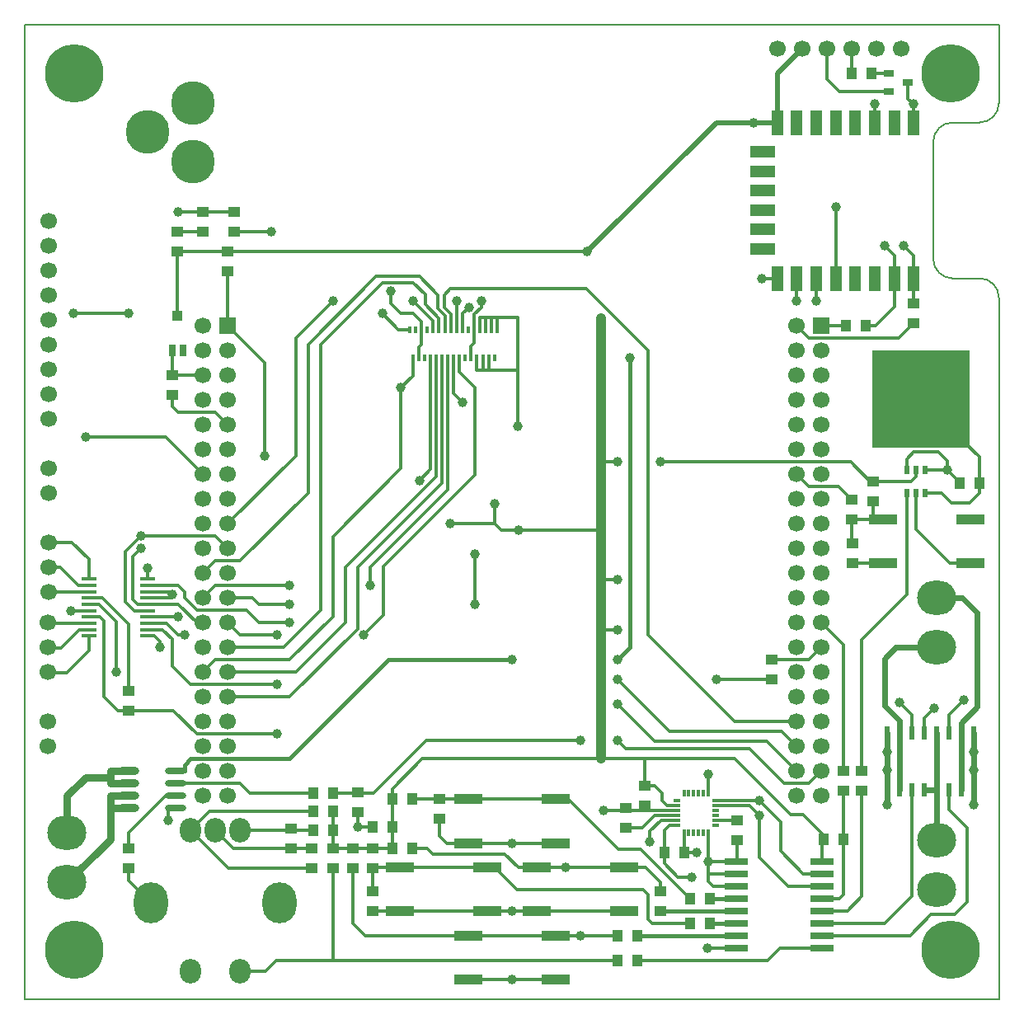
<source format=gtl>
G04 Layer_Physical_Order=1*
G04 Layer_Color=255*
%FSLAX43Y43*%
%MOMM*%
G71*
G01*
G75*
%ADD10R,1.200X2.500*%
%ADD11R,2.500X1.200*%
%ADD12R,1.300X1.000*%
%ADD13R,1.000X1.300*%
%ADD14R,3.000X1.000*%
%ADD15R,0.300X0.800*%
%ADD16R,0.300X0.650*%
%ADD17R,2.400X0.750*%
%ADD18R,0.600X1.400*%
%ADD19R,0.500X0.900*%
%ADD20R,0.800X0.350*%
%ADD21R,0.350X0.800*%
%ADD22R,1.500X0.400*%
%ADD23R,1.000X1.100*%
%ADD24R,0.800X1.300*%
%ADD25O,2.200X0.800*%
%ADD26O,2.200X0.600*%
%ADD27R,1.000X0.700*%
%ADD28C,0.300*%
%ADD29C,0.400*%
%ADD30C,0.600*%
%ADD31C,1.000*%
%ADD32C,0.500*%
%ADD33C,0.800*%
%ADD34R,10.000X10.000*%
%ADD35C,0.150*%
%ADD36C,4.500*%
%ADD37C,1.700*%
%ADD38O,4.000X3.500*%
%ADD39O,2.200X2.500*%
%ADD40O,3.500X4.200*%
%ADD41R,1.700X1.700*%
%ADD42C,6.000*%
%ADD43C,1.000*%
D10*
X91250Y74000D02*
D03*
X89250D02*
D03*
X87250D02*
D03*
X85250D02*
D03*
X83250D02*
D03*
X81250D02*
D03*
X79250D02*
D03*
X77250D02*
D03*
Y90000D02*
D03*
X79250D02*
D03*
X81250D02*
D03*
X83250D02*
D03*
X85250D02*
D03*
X87250D02*
D03*
X89250D02*
D03*
X91250D02*
D03*
D11*
X75750Y77000D02*
D03*
Y79000D02*
D03*
Y81000D02*
D03*
Y83000D02*
D03*
Y85000D02*
D03*
Y87000D02*
D03*
D12*
X18250Y80814D02*
D03*
Y78782D02*
D03*
X21425Y80814D02*
D03*
Y78782D02*
D03*
X85905Y21389D02*
D03*
Y23421D02*
D03*
X84925Y46772D02*
D03*
Y44740D02*
D03*
X84908Y51272D02*
D03*
Y49240D02*
D03*
X20790Y74718D02*
D03*
Y76750D02*
D03*
X73153Y16310D02*
D03*
Y18342D02*
D03*
X63653Y19826D02*
D03*
Y21858D02*
D03*
X61653Y19608D02*
D03*
Y17576D02*
D03*
X42545Y20574D02*
D03*
Y18542D02*
D03*
X35687Y11032D02*
D03*
Y9000D02*
D03*
X29426Y13462D02*
D03*
Y15494D02*
D03*
X33655Y13462D02*
D03*
Y15494D02*
D03*
X35687Y13462D02*
D03*
Y15494D02*
D03*
X87084Y51110D02*
D03*
Y53142D02*
D03*
X31623Y13462D02*
D03*
Y15494D02*
D03*
X10630Y31665D02*
D03*
Y29633D02*
D03*
X15625Y78782D02*
D03*
Y76750D02*
D03*
X15075Y64050D02*
D03*
Y62018D02*
D03*
X91250Y71416D02*
D03*
Y69384D02*
D03*
X84000Y23421D02*
D03*
Y21389D02*
D03*
X76670Y34840D02*
D03*
Y32808D02*
D03*
X65240Y9040D02*
D03*
Y11072D02*
D03*
X27305Y15494D02*
D03*
Y17526D02*
D03*
X10630Y13444D02*
D03*
Y15476D02*
D03*
X34125Y21251D02*
D03*
Y19219D02*
D03*
D13*
X62827Y3937D02*
D03*
X60795D02*
D03*
X84036Y16425D02*
D03*
X82004D02*
D03*
X65621Y15028D02*
D03*
X67653D02*
D03*
X39751Y20500D02*
D03*
X37719D02*
D03*
X39751Y15494D02*
D03*
X37719D02*
D03*
X29591Y19230D02*
D03*
X31623D02*
D03*
X29591Y17325D02*
D03*
X31623D02*
D03*
X97989Y52995D02*
D03*
X95957D02*
D03*
X35687Y17695D02*
D03*
X37719D02*
D03*
X86322Y69130D02*
D03*
X84290D02*
D03*
X62827Y6500D02*
D03*
X60795D02*
D03*
X70320Y7770D02*
D03*
X68288D02*
D03*
X70320Y10310D02*
D03*
X68288D02*
D03*
X29591Y21135D02*
D03*
X31623D02*
D03*
X84870Y95080D02*
D03*
X86902D02*
D03*
D14*
X45500Y6500D02*
D03*
Y2000D02*
D03*
X54500D02*
D03*
Y6500D02*
D03*
X45500Y20500D02*
D03*
Y16000D02*
D03*
X54500D02*
D03*
Y20500D02*
D03*
X38500Y13500D02*
D03*
Y9000D02*
D03*
X47500D02*
D03*
Y13500D02*
D03*
X52500D02*
D03*
Y9000D02*
D03*
X61500D02*
D03*
Y13500D02*
D03*
X88083Y49240D02*
D03*
Y44740D02*
D03*
X97083D02*
D03*
Y49240D02*
D03*
D15*
X39500Y68725D02*
D03*
X40100D02*
D03*
X40700D02*
D03*
X41300D02*
D03*
X41900D02*
D03*
X42500D02*
D03*
X43100D02*
D03*
X43700D02*
D03*
X44300D02*
D03*
X44900D02*
D03*
X45500D02*
D03*
X46100D02*
D03*
X46700D02*
D03*
X47300D02*
D03*
X47900D02*
D03*
X48500D02*
D03*
D16*
X39800Y65850D02*
D03*
X40400D02*
D03*
X41000D02*
D03*
X41600D02*
D03*
X42200D02*
D03*
X42800D02*
D03*
X43400D02*
D03*
X44000D02*
D03*
X44600D02*
D03*
X45200D02*
D03*
X45800D02*
D03*
X46400D02*
D03*
X47000D02*
D03*
X47600D02*
D03*
X48200D02*
D03*
D17*
X81825Y14120D02*
D03*
Y12850D02*
D03*
Y11580D02*
D03*
Y10310D02*
D03*
Y9040D02*
D03*
Y7770D02*
D03*
Y6500D02*
D03*
Y5230D02*
D03*
X73025D02*
D03*
Y6500D02*
D03*
Y7770D02*
D03*
Y9040D02*
D03*
Y10310D02*
D03*
Y11580D02*
D03*
Y12850D02*
D03*
Y14120D02*
D03*
D18*
X88519Y27305D02*
D03*
X89789D02*
D03*
X91059D02*
D03*
X93599D02*
D03*
X92329D02*
D03*
X94869D02*
D03*
X91059Y21505D02*
D03*
X88519D02*
D03*
X89789D02*
D03*
X92329D02*
D03*
X96139D02*
D03*
X93599D02*
D03*
X94869D02*
D03*
X97409Y27305D02*
D03*
X96139D02*
D03*
X97409Y21505D02*
D03*
D19*
X90514Y51908D02*
D03*
X91464D02*
D03*
X92414D02*
D03*
Y54308D02*
D03*
X91464D02*
D03*
X90514D02*
D03*
D20*
X70903Y20342D02*
D03*
Y19842D02*
D03*
Y19342D02*
D03*
Y18842D02*
D03*
Y18342D02*
D03*
Y17842D02*
D03*
X66903D02*
D03*
Y18342D02*
D03*
Y18842D02*
D03*
Y19342D02*
D03*
Y19842D02*
D03*
Y20342D02*
D03*
D21*
X70153Y17092D02*
D03*
X69653D02*
D03*
X69153D02*
D03*
X68653D02*
D03*
X68153D02*
D03*
X67653D02*
D03*
Y21092D02*
D03*
X68153D02*
D03*
X68653D02*
D03*
X69153D02*
D03*
X69653D02*
D03*
X70153D02*
D03*
D22*
X12535Y37275D02*
D03*
Y37925D02*
D03*
Y38575D02*
D03*
Y39225D02*
D03*
Y39875D02*
D03*
Y40525D02*
D03*
Y41175D02*
D03*
Y41825D02*
D03*
Y42475D02*
D03*
Y43125D02*
D03*
X6577D02*
D03*
Y42475D02*
D03*
Y41825D02*
D03*
Y41175D02*
D03*
Y40525D02*
D03*
Y39875D02*
D03*
Y39225D02*
D03*
Y38575D02*
D03*
Y37275D02*
D03*
Y37925D02*
D03*
D23*
X15625Y70140D02*
D03*
D24*
X16175Y66590D02*
D03*
X15075D02*
D03*
D25*
X10630Y20870D02*
D03*
Y19600D02*
D03*
Y23410D02*
D03*
Y22140D02*
D03*
D26*
X15430Y20870D02*
D03*
Y19600D02*
D03*
Y22140D02*
D03*
Y23410D02*
D03*
D27*
X90680Y94130D02*
D03*
X88680Y93180D02*
D03*
Y95080D02*
D03*
D28*
X66129Y27474D02*
X77686D01*
X60795Y32808D02*
X66129Y27474D01*
X64605Y26458D02*
X76162D01*
X60795Y30268D02*
X64605Y26458D01*
X61684Y25696D02*
X74384D01*
X60795Y26585D02*
X61684Y25696D01*
X63970Y37354D02*
Y66564D01*
X57594Y72940D02*
X63970Y66564D01*
X43650Y72940D02*
X57594D01*
X72834Y28490D02*
X79210D01*
X63970Y37354D02*
X72834Y28490D01*
X74384Y25696D02*
X77940Y22140D01*
X76162Y26458D02*
X79210Y23410D01*
X77686Y27474D02*
X79210Y25950D01*
X41211Y26585D02*
X56985D01*
X35761Y21135D02*
X41211Y26585D01*
X31623Y21135D02*
X35761D01*
X75403Y20342D02*
X77562Y18184D01*
Y15167D02*
Y18184D01*
Y15167D02*
X79878Y12850D01*
X78322Y11580D02*
X81825D01*
X75383Y14519D02*
X78322Y11580D01*
X75383Y14519D02*
Y18842D01*
X94985Y44740D02*
X97083D01*
X91464Y48261D02*
X94985Y44740D01*
X91464Y48261D02*
Y51908D01*
X36830Y44450D02*
X46190Y53810D01*
Y62780D01*
X44600Y64370D02*
X46190Y62780D01*
X43400Y52290D02*
Y65850D01*
X35395Y44285D02*
X43400Y52290D01*
X44000Y62176D02*
Y65850D01*
Y62176D02*
X44920Y61256D01*
X42800Y52960D02*
Y65850D01*
X34125Y44285D02*
X42800Y52960D01*
X42200Y53630D02*
Y65850D01*
X32855Y44285D02*
X42200Y53630D01*
X41600Y54380D02*
Y65850D01*
X40475Y53255D02*
X41600Y54380D01*
X35395Y42460D02*
Y44285D01*
X32855Y38650D02*
Y44285D01*
X38570Y54445D02*
Y62780D01*
X31585Y47460D02*
X38570Y54445D01*
X31585Y39285D02*
Y47460D01*
X86776Y53142D02*
X87084D01*
X84758Y55160D02*
X86776Y53142D01*
X65240Y55160D02*
X84758D01*
X84908Y46789D02*
X84925Y46772D01*
X84908Y46789D02*
Y49240D01*
X84925Y44740D02*
X88083D01*
X83560Y52620D02*
X84908Y51272D01*
X80480Y52620D02*
X83560D01*
X79210Y53890D02*
X80480Y52620D01*
X84908Y49240D02*
X88083D01*
X48905Y48175D02*
X59144D01*
X62827Y3937D02*
X76247D01*
X77540Y5230D01*
X81825D01*
X19520Y60240D02*
X20790Y58970D01*
X15710Y60240D02*
X19520D01*
X15075Y60875D02*
X15710Y60240D01*
X15075Y60875D02*
Y62018D01*
Y64050D02*
Y66590D01*
Y64050D02*
X18250D01*
X10327Y40775D02*
Y45967D01*
X4915Y70400D02*
X10630D01*
X11900Y47540D02*
X19520D01*
X10630Y31665D02*
Y38472D01*
X13805Y36110D02*
Y36745D01*
X13275Y37275D02*
X13805Y36745D01*
X12535Y37275D02*
X13275D01*
X12535Y37925D02*
X14078D01*
X12535Y38575D02*
X14515D01*
X4727Y39875D02*
X6577D01*
X7927Y41175D02*
X10630Y38472D01*
X6577Y41175D02*
X7927D01*
X11227Y39875D02*
X12535D01*
X10327Y40775D02*
X11227Y39875D01*
X11077Y41025D02*
Y45447D01*
Y41025D02*
X11577Y40525D01*
X12535D01*
Y43125D02*
Y44260D01*
X70955Y32808D02*
X76670D01*
X59144Y55160D02*
X60795D01*
X46205Y40555D02*
Y45650D01*
X95085Y50969D02*
X96990D01*
X94146Y51908D02*
X95085Y50969D01*
X92414Y51908D02*
X94146D01*
X94687Y54308D02*
X95957Y53038D01*
Y52995D02*
Y53038D01*
X94687Y54308D02*
Y55281D01*
X92414Y54308D02*
X94687D01*
X97989Y51968D02*
Y52995D01*
X96990Y50969D02*
X97989Y51968D01*
X59144Y37888D02*
X60795D01*
X34125Y17695D02*
X35687D01*
X40809Y24680D02*
X59144D01*
X37719Y21590D02*
X40809Y24680D01*
X59144D02*
X63653D01*
X20790Y69130D02*
Y74718D01*
X37575Y71395D02*
Y72665D01*
X76670Y34840D02*
X80480D01*
X81750Y36110D01*
X97989Y52995D02*
Y55631D01*
X93798Y56170D02*
X94687Y55281D01*
X91258Y56170D02*
X93798D01*
X90514Y55426D02*
X91258Y56170D01*
X90514Y54308D02*
Y55426D01*
X96000Y57620D02*
X97989Y55631D01*
X59144Y43095D02*
X60795D01*
X84000Y23421D02*
Y36400D01*
X85905Y23421D02*
Y36885D01*
Y10525D02*
Y21389D01*
X84000Y10721D02*
Y21389D01*
X81750Y38650D02*
X84000Y36400D01*
X37719Y15494D02*
Y21590D01*
X31623Y15494D02*
Y19503D01*
X18925Y19230D02*
X29591D01*
X20883Y13462D02*
X29426D01*
X17020Y17325D02*
X18925Y19230D01*
X55461Y13500D02*
X61500D01*
X52500D02*
X55461D01*
X50635D02*
X52500D01*
X25817Y3937D02*
X31623D01*
X24705Y2825D02*
X25817Y3937D01*
X22020Y2825D02*
X24705D01*
X31623Y3937D02*
Y13462D01*
Y3937D02*
X60795D01*
X17020Y17325D02*
X20883Y13462D01*
X19520Y17325D02*
X21351Y15494D01*
X29426D01*
X22020Y17325D02*
X29390D01*
X55780Y20500D02*
X60913Y15367D01*
X45500Y20500D02*
X55780D01*
X48255Y48825D02*
Y50875D01*
Y48825D02*
X48905Y48175D01*
X43665Y48825D02*
X48255D01*
X45500Y2000D02*
X54500D01*
X56769Y6500D02*
X60795D01*
X54500D02*
X56769D01*
X45500D02*
X54500D01*
X50000Y16000D02*
X54500D01*
X45500D02*
X50000D01*
X43309D02*
X45500D01*
X42545Y16764D02*
Y18542D01*
Y16764D02*
X43309Y16000D01*
X35687Y9000D02*
X38500D01*
X34920Y6500D02*
X45500D01*
X33655Y7765D02*
X34920Y6500D01*
X33655Y7765D02*
Y13462D01*
X87084Y49332D02*
Y51110D01*
Y53142D02*
X90986D01*
X64370Y7770D02*
X68288D01*
X89726Y67860D02*
X91250Y69384D01*
X80480Y67860D02*
X89726D01*
X86322Y69130D02*
X87338D01*
X81750D02*
X84290D01*
X90514Y41494D02*
Y51908D01*
X84420Y9040D02*
X85905Y10525D01*
X81825Y9040D02*
X84420D01*
X85905Y36885D02*
X90514Y41494D01*
X40475Y74210D02*
X42380Y72305D01*
Y70887D02*
Y72305D01*
Y70887D02*
X43100Y70166D01*
X43015Y72305D02*
X43650Y72940D01*
X43015Y71035D02*
Y72305D01*
Y71035D02*
X43700Y70350D01*
X27775Y55795D02*
Y67860D01*
X20790Y48810D02*
X27775Y55795D01*
X39800Y64010D02*
Y65850D01*
X38570Y62780D02*
X39800Y64010D01*
X70066Y5230D02*
X73025D01*
X67653Y15028D02*
Y17092D01*
X70153Y12092D02*
Y12850D01*
X73025D01*
X79878D02*
X81825D01*
X63653Y24680D02*
X72860D01*
X63653Y21858D02*
Y24680D01*
X20790Y69130D02*
X24600Y65320D01*
Y55795D02*
Y65320D01*
X46100Y70302D02*
X46825Y71027D01*
X46100Y68725D02*
Y70302D01*
X46825Y71027D02*
Y71670D01*
X46700Y69940D02*
X47300D01*
X46700Y68725D02*
Y69940D01*
X39751Y20500D02*
X45500D01*
X74371Y19854D02*
X75383Y18842D01*
X70840Y19854D02*
X74371D01*
X70903Y20342D02*
X75403D01*
X73153Y14092D02*
Y16310D01*
X70153Y14120D02*
Y17092D01*
Y12850D02*
Y14120D01*
X73025D01*
X70153Y12092D02*
X70665Y11580D01*
X73025D01*
X48234Y13516D02*
X50500Y11250D01*
X35687Y11032D02*
Y13462D01*
X35433Y13516D02*
X48234D01*
X31623Y15494D02*
X33655D01*
X49276Y14859D02*
X50635Y13500D01*
X41910Y14859D02*
X49276D01*
X41275Y15494D02*
X41910Y14859D01*
X39751Y15494D02*
X41275D01*
X33655D02*
X35687D01*
X37719D01*
X70903Y18342D02*
X73153D01*
X59403Y19342D02*
X66903D01*
X65903Y19842D02*
X66903D01*
X65403Y20342D02*
X65903Y19842D01*
X70153Y21092D02*
Y23092D01*
X65621Y17310D02*
X66153Y17842D01*
X66903D01*
X65403Y20342D02*
Y21092D01*
X64637Y21858D02*
X65403Y21092D01*
X63653Y21858D02*
X64637D01*
X65302Y18342D02*
X66903D01*
X64153Y16092D02*
Y17193D01*
X64653Y18842D02*
X66903D01*
X61653Y17576D02*
X63403D01*
Y17592D02*
X64653Y18842D01*
X64153Y17193D02*
X65302Y18342D01*
X40400Y65850D02*
Y66900D01*
X40700Y67200D01*
Y68725D01*
X42500D02*
Y69925D01*
X45800Y65850D02*
Y67040D01*
X46100Y67340D01*
Y68725D01*
X47000Y64540D02*
Y65850D01*
X47600Y64540D02*
Y65850D01*
X47300Y68725D02*
Y69940D01*
X47900Y68725D02*
Y69940D01*
X47300D02*
X47900D01*
X48500Y68725D02*
Y69940D01*
X47900D02*
X48500D01*
X47000Y64540D02*
X47600D01*
X46400D02*
X47000D01*
X46400D02*
Y65850D01*
X41900Y68725D02*
Y69625D01*
X47600Y64540D02*
X50600D01*
Y69940D01*
X48500D02*
X50600D01*
Y58825D02*
Y64540D01*
X38340Y68725D02*
X39500D01*
X43700D02*
Y70350D01*
X43100Y68725D02*
Y70166D01*
X44900Y68725D02*
Y70380D01*
X45555Y71035D01*
X36665Y70400D02*
X38340Y68725D01*
X36724Y73569D02*
X39846D01*
X40700Y68725D02*
Y69540D01*
X39840Y70400D02*
X40700Y69540D01*
X41070Y71355D02*
X42500Y69925D01*
X41070Y71355D02*
Y72345D01*
X39846Y73569D02*
X41070Y72345D01*
X79210Y69130D02*
X80480Y67860D01*
X36030Y74210D02*
X40475D01*
X18250Y43730D02*
X19520Y45000D01*
X44300Y68725D02*
Y71670D01*
X39848Y71678D02*
X41900Y69625D01*
X37575Y71395D02*
X38570Y70400D01*
X39840D01*
X20790Y33570D02*
X27775D01*
X32855Y38650D01*
X44600Y64370D02*
Y65850D01*
X27140Y34840D02*
X31585Y39285D01*
X19520Y34840D02*
X27140D01*
X18250Y33570D02*
X19520Y34840D01*
X20790Y36110D02*
X26505D01*
X30315Y39920D01*
Y67160D01*
X36724Y73569D01*
X29045Y67225D02*
X36030Y74210D01*
X27775Y67860D02*
X31585Y71670D01*
X19520Y45000D02*
X22060D01*
X29045Y51985D01*
Y67225D01*
X81825Y14120D02*
Y16985D01*
X79845Y18965D02*
X81825Y16985D01*
X78575Y18965D02*
X79845D01*
X72860Y24680D02*
X78575Y18965D01*
X91059Y27305D02*
Y29210D01*
X94869Y19452D02*
Y21505D01*
X81825Y10310D02*
X83589D01*
X84000Y10721D01*
X88267Y7770D02*
X91059Y10562D01*
Y21505D01*
X93037Y8657D02*
X95504D01*
X96774Y9927D01*
Y17547D01*
X94869Y19452D02*
X96774Y17547D01*
X94869Y27305D02*
Y29210D01*
X96355Y30696D01*
X89789Y30480D02*
X91059Y29210D01*
X92329Y27305D02*
Y28829D01*
X93345Y29845D01*
X79250Y71670D02*
Y74000D01*
X90880Y6500D02*
X93037Y8657D01*
X81825Y7770D02*
X88267D01*
X81825Y6500D02*
X90880D01*
X91464Y53620D02*
Y54308D01*
X90986Y53142D02*
X91464Y53620D01*
X38500Y9000D02*
X61500D01*
X63970Y8170D02*
X64370Y7770D01*
X50500Y11250D02*
X63430D01*
X63970Y10710D01*
Y8170D02*
Y10710D01*
X67653Y15028D02*
X68923D01*
X65621Y13899D02*
Y17310D01*
Y13899D02*
X67025Y12495D01*
X68415D01*
X61500Y13500D02*
X63720D01*
X65240Y11980D01*
Y11072D02*
Y11980D01*
X60913Y15367D02*
X63231D01*
X68288Y10310D01*
X12535Y42475D02*
X15695D01*
X12535Y41175D02*
X15075D01*
X12535Y41825D02*
X15075D01*
X19520Y47540D02*
X20790Y46270D01*
X18250Y41190D02*
X19520Y42460D01*
X27140D01*
X2375Y38575D02*
X6577D01*
X2375Y36035D02*
X3675D01*
X5565Y37925D01*
X6577D01*
Y35762D02*
Y37275D01*
X4310Y33495D02*
X6577Y35762D01*
X2375Y33495D02*
X4310D01*
X2375Y41825D02*
X6577D01*
X2375Y44365D02*
X3560D01*
X5450Y42475D01*
X6577D01*
X2375Y46905D02*
X4810D01*
X6577Y45138D01*
Y43125D02*
Y45138D01*
X20790Y76750D02*
X57743D01*
X15625Y70140D02*
Y76750D01*
X20790D01*
X15625Y78782D02*
X18250D01*
X21425D02*
X25235D01*
X15710Y80814D02*
X18250D01*
X21425D01*
X80480Y22140D02*
X81750Y23410D01*
X77940Y22140D02*
X80480D01*
X34125Y17695D02*
Y19219D01*
X15430Y22140D02*
X22060D01*
X23065Y21135D01*
X29591D01*
X10630Y12115D02*
Y13444D01*
Y12115D02*
X12920Y9825D01*
X10630Y15476D02*
Y17060D01*
X14440Y20870D01*
X15430D01*
X14078Y37925D02*
X15075Y36928D01*
X10327Y45967D02*
X11900Y47540D01*
X14440Y57700D02*
X18250Y53890D01*
X6185Y57700D02*
X14440D01*
X11077Y45447D02*
X11900Y46270D01*
X20790Y31030D02*
X27140D01*
X34125Y38015D01*
Y44285D01*
X14515Y38575D02*
X15710Y37380D01*
X20790Y41190D02*
X23330D01*
X16345D02*
X17615Y39920D01*
X16345Y41190D02*
Y41825D01*
X15695Y42475D02*
X16345Y41825D01*
X12535Y39225D02*
X15710D01*
X12535Y40525D02*
X15740D01*
X17615Y38650D01*
X18250D01*
X15075Y34205D02*
Y36928D01*
Y34205D02*
X16980Y32300D01*
X25870D01*
X22060Y37380D02*
X25870D01*
X20790Y38650D02*
X22060Y37380D01*
X17615Y39920D02*
X22695D01*
X23965Y38650D01*
X27140D01*
X23330Y41190D02*
X23965Y40555D01*
X27140D01*
X34760Y37380D02*
X36830Y39450D01*
Y44450D01*
X15710Y37380D02*
X16345D01*
X6577Y39225D02*
X7642D01*
X8077Y38790D01*
X6577Y40525D02*
X7577D01*
X9360Y38742D01*
Y33570D02*
Y38742D01*
X8077Y31043D02*
Y38790D01*
X17615Y27220D02*
X25870D01*
X15202Y29633D02*
X17615Y27220D01*
X10630Y29633D02*
X15202D01*
X8077Y31043D02*
X9487Y29633D01*
X10630D01*
X14694Y18330D02*
Y19600D01*
X75641Y73927D02*
X77250D01*
X81250Y71670D02*
Y74000D01*
X87338Y69130D02*
X89250Y71042D01*
Y74000D01*
Y76330D01*
X91250Y71416D02*
Y76330D01*
X90250Y77330D02*
X91250Y76330D01*
X88250Y77330D02*
X89250Y76330D01*
X83250Y74000D02*
Y81330D01*
X84870Y95080D02*
Y97620D01*
X82330Y94445D02*
X83595Y93180D01*
X82330Y94445D02*
Y97620D01*
X91250Y90000D02*
Y91875D01*
X86902Y95080D02*
X88680D01*
X83595Y93180D02*
X88680D01*
X90680Y92445D02*
X91250Y91875D01*
X90680Y92445D02*
Y94130D01*
X87250Y90000D02*
Y91875D01*
D29*
X60795Y34840D02*
X62065Y36110D01*
Y65828D01*
X62827Y6500D02*
X73025D01*
X70320Y7770D02*
X73025D01*
X70320Y10310D02*
X72390D01*
X65240Y9040D02*
X73025D01*
X16345Y24045D02*
X16980Y24680D01*
X16345Y23410D02*
Y24045D01*
X16980Y24680D02*
X27140D01*
X37300Y34840D01*
X50000D01*
D30*
X93599Y16277D02*
Y27305D01*
X92329Y21505D02*
X93599D01*
X88265Y30120D02*
Y34946D01*
X89408Y36089D01*
X88265Y30120D02*
X89789Y28596D01*
X97409Y19904D02*
Y27305D01*
X88519Y19904D02*
Y27305D01*
X89789Y21505D02*
Y27305D01*
Y28596D01*
X97790Y29993D02*
Y39645D01*
X96266Y41169D02*
X97790Y39645D01*
X93599Y41169D02*
X96266D01*
X89408Y36089D02*
X93599D01*
X96139Y28342D02*
X97790Y29993D01*
X96139Y21505D02*
Y28342D01*
D31*
X59144Y24680D02*
Y37888D01*
Y55160D01*
Y69906D01*
D32*
X57743Y76750D02*
X70993Y90000D01*
X74765D01*
X77250D01*
Y95080D01*
X79790Y97620D01*
D33*
X8725Y23410D02*
X10630D01*
X8725Y22140D02*
X10630D01*
X6185Y22775D02*
X8725D01*
X4280Y20870D02*
X6185Y22775D01*
X4280Y17060D02*
Y20870D01*
X8725Y22140D02*
Y22775D01*
Y23410D01*
Y20870D02*
X10630D01*
X8725Y19600D02*
Y20870D01*
Y19600D02*
X10630D01*
X8725Y16425D02*
Y19600D01*
X4280Y11980D02*
X8725Y16425D01*
D34*
X92000Y61620D02*
D03*
D35*
X95250Y90000D02*
G03*
X93250Y88000I0J-2000D01*
G01*
X98000Y90000D02*
G03*
X100000Y92000I0J2000D01*
G01*
Y72000D02*
G03*
X98000Y74000I-2000J0D01*
G01*
X93250Y76000D02*
G03*
X95250Y74000I2000J0D01*
G01*
Y90000D02*
X98000D01*
X-0Y100000D02*
X0Y0D01*
X93250Y76000D02*
Y88000D01*
X95250Y74000D02*
X98000D01*
X-0Y100000D02*
X100000D01*
X100000Y92000D02*
Y100000D01*
X100000Y0D02*
Y72000D01*
X0Y0D02*
X100000D01*
D36*
X17236Y92000D02*
D03*
Y86000D02*
D03*
X12536Y89000D02*
D03*
D37*
X2375Y51985D02*
D03*
Y54525D02*
D03*
Y46905D02*
D03*
Y44365D02*
D03*
Y41825D02*
D03*
X2360Y25935D02*
D03*
Y28475D02*
D03*
X2375Y59605D02*
D03*
Y62145D02*
D03*
Y64685D02*
D03*
Y67225D02*
D03*
Y69765D02*
D03*
Y72305D02*
D03*
Y74845D02*
D03*
Y77385D02*
D03*
Y79925D02*
D03*
X20790Y20870D02*
D03*
X18250D02*
D03*
X79210D02*
D03*
X81750D02*
D03*
X18250Y69130D02*
D03*
X20790Y66590D02*
D03*
X18250D02*
D03*
X20790Y64050D02*
D03*
X18250D02*
D03*
X20790Y61510D02*
D03*
X18250D02*
D03*
X20790Y58970D02*
D03*
X18250D02*
D03*
X20790Y56430D02*
D03*
X18250D02*
D03*
X20790Y53890D02*
D03*
X18250D02*
D03*
X20790Y51350D02*
D03*
X18250D02*
D03*
X20790Y48810D02*
D03*
X18250D02*
D03*
X20790Y46270D02*
D03*
X18250D02*
D03*
X20790Y43730D02*
D03*
X18250D02*
D03*
X20790Y41190D02*
D03*
X18250D02*
D03*
X20790Y38650D02*
D03*
X18250D02*
D03*
X20790Y36110D02*
D03*
X18250D02*
D03*
X20790Y33570D02*
D03*
X18250D02*
D03*
X20790Y31030D02*
D03*
X18250D02*
D03*
X20790Y28490D02*
D03*
X18250D02*
D03*
X20790Y25950D02*
D03*
X18250D02*
D03*
X20790Y23410D02*
D03*
X18250D02*
D03*
X79210Y69130D02*
D03*
X81750Y66590D02*
D03*
X79210D02*
D03*
X81750Y64050D02*
D03*
X79210D02*
D03*
X81750Y61510D02*
D03*
X79210D02*
D03*
X81750Y58970D02*
D03*
X79210D02*
D03*
X81750Y56430D02*
D03*
X79210D02*
D03*
X81750Y53890D02*
D03*
X79210D02*
D03*
X81750Y51350D02*
D03*
X79210D02*
D03*
X81750Y48810D02*
D03*
X79210D02*
D03*
X81750Y46270D02*
D03*
X79210D02*
D03*
X81750Y43730D02*
D03*
X79210D02*
D03*
X81750Y41190D02*
D03*
X79210D02*
D03*
X81750Y38650D02*
D03*
X79210D02*
D03*
X81750Y36110D02*
D03*
X79210D02*
D03*
X81750Y33570D02*
D03*
X79210D02*
D03*
X81750Y31030D02*
D03*
X79210D02*
D03*
X81750Y28490D02*
D03*
X79210D02*
D03*
X81750Y25950D02*
D03*
X79210D02*
D03*
X81750Y23410D02*
D03*
X79210D02*
D03*
X2360Y33585D02*
D03*
Y36125D02*
D03*
Y38665D02*
D03*
X77250Y97620D02*
D03*
X79790D02*
D03*
X82330D02*
D03*
X84870D02*
D03*
X87410D02*
D03*
X89950D02*
D03*
D38*
X93599Y16277D02*
D03*
Y11197D02*
D03*
Y41169D02*
D03*
Y36089D02*
D03*
X4280Y17060D02*
D03*
Y11980D02*
D03*
D39*
X22020Y17325D02*
D03*
X19520D02*
D03*
X17020D02*
D03*
Y2825D02*
D03*
X22020D02*
D03*
D40*
X26120Y9825D02*
D03*
X12920D02*
D03*
D41*
X20790Y69130D02*
D03*
X81750D02*
D03*
D42*
X95000Y5000D02*
D03*
Y95000D02*
D03*
X5000D02*
D03*
X5000Y5000D02*
D03*
D43*
X60795Y26585D02*
D03*
Y30268D02*
D03*
Y32808D02*
D03*
Y34840D02*
D03*
X62065Y65828D02*
D03*
X97083Y44740D02*
D03*
X50000Y9000D02*
D03*
X10630Y70400D02*
D03*
X4915D02*
D03*
X13805Y36110D02*
D03*
X4727Y39875D02*
D03*
X12535Y44260D02*
D03*
X70955Y32808D02*
D03*
X65240Y55160D02*
D03*
X60795D02*
D03*
X46190Y40555D02*
D03*
X94687Y54308D02*
D03*
X60795Y37888D02*
D03*
X46205Y45650D02*
D03*
X59144Y24680D02*
D03*
X37575Y72665D02*
D03*
X74765Y90000D02*
D03*
X60795Y43095D02*
D03*
X34125Y17695D02*
D03*
X55461Y13500D02*
D03*
X48255Y50875D02*
D03*
X50635Y48175D02*
D03*
X43665Y48825D02*
D03*
X38570Y62780D02*
D03*
X44920Y61256D02*
D03*
X70066Y5230D02*
D03*
X70153Y14120D02*
D03*
X68923Y15028D02*
D03*
X24600Y55795D02*
D03*
X50600Y58825D02*
D03*
X89789Y30480D02*
D03*
X96355Y30696D02*
D03*
X75403Y20342D02*
D03*
X75383Y18842D02*
D03*
X70153Y23092D02*
D03*
X64153Y16092D02*
D03*
X59403Y19342D02*
D03*
X36665Y70400D02*
D03*
X45555Y71035D02*
D03*
X46825Y71670D02*
D03*
X44285D02*
D03*
X39840D02*
D03*
X35395Y42460D02*
D03*
X31585Y71670D02*
D03*
X40475Y53255D02*
D03*
X34760Y37380D02*
D03*
X25870D02*
D03*
X27140Y40555D02*
D03*
Y42460D02*
D03*
X93345Y29845D02*
D03*
X97409Y23495D02*
D03*
Y25400D02*
D03*
X88519Y23495D02*
D03*
Y25400D02*
D03*
X75641Y73927D02*
D03*
X79250Y71670D02*
D03*
X88083Y49240D02*
D03*
X97083D02*
D03*
X88083Y44740D02*
D03*
X88519Y19904D02*
D03*
X97409D02*
D03*
X68415Y12495D02*
D03*
X50000Y16000D02*
D03*
X56985Y6500D02*
D03*
X50000Y2000D02*
D03*
X57743Y76750D02*
D03*
X25235Y78782D02*
D03*
X15710Y80814D02*
D03*
X56985Y26585D02*
D03*
X50000Y34840D02*
D03*
X25870Y27220D02*
D03*
X6185Y57700D02*
D03*
X11900Y47540D02*
D03*
Y46270D02*
D03*
X15710Y39225D02*
D03*
X25870Y32300D02*
D03*
X27140Y38650D02*
D03*
X16345Y37380D02*
D03*
X15075Y41507D02*
D03*
X9360Y33570D02*
D03*
X14694Y18330D02*
D03*
X81250Y71670D02*
D03*
X59144Y68636D02*
D03*
Y67366D02*
D03*
Y69906D02*
D03*
X88250Y77330D02*
D03*
X90250D02*
D03*
X83250Y81330D02*
D03*
X91250Y91875D02*
D03*
X87250D02*
D03*
M02*

</source>
